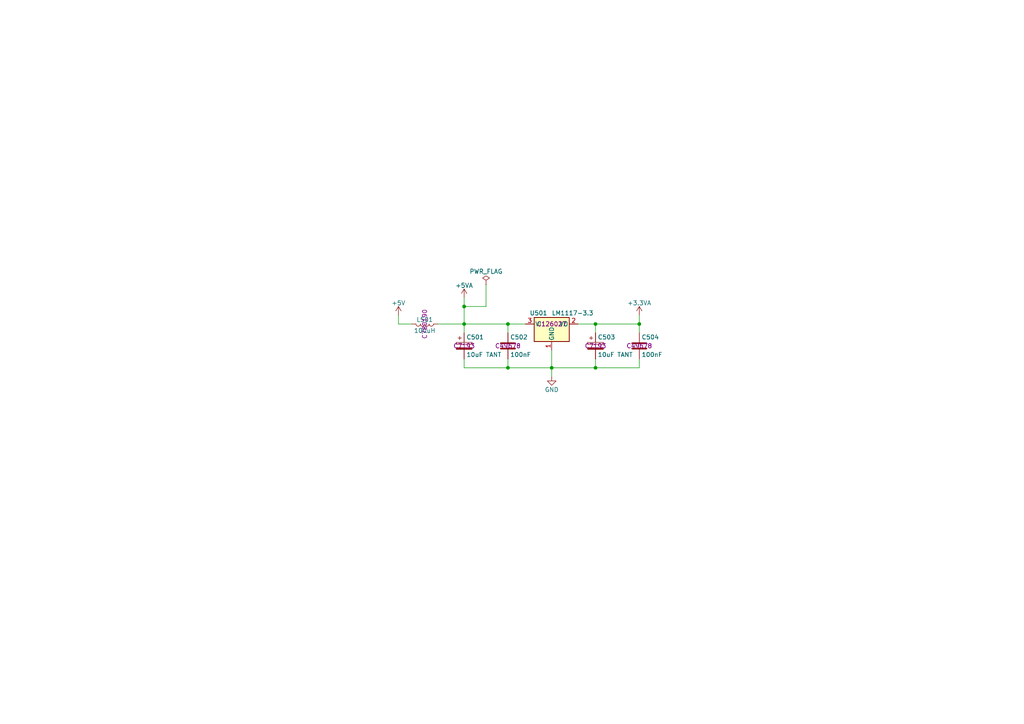
<source format=kicad_sch>
(kicad_sch (version 20250114) (generator "eeschema") (generator_version "9.0")
  (paper "A4")
  (title_block (title "Domesday Duplicator - Power Supply") (date "2018-06-19") (rev "3.0.1") (company "https://www.domesday86.com") (comment 1 "(c)2018 Simon Inns") (comment 2 "License: Attribution-ShareAlike 4.0 International (CC BY-SA 4.0)"))
  (lib_symbols
    (symbol "+3.3VA_1" (power) (pin_names (offset 0))
      (property "Value" "+3.3VA" (at 0 3.556 0))
      (symbol "+3.3VA_1_0_1"
        (polyline (pts (xy -0.762 1.27) (xy 0 2.54)))
        (polyline (pts (xy 0 2.54) (xy 0.762 1.27)))
        (polyline (pts (xy 0 0) (xy 0 2.54)))
      )
      (symbol "+3.3VA_1_1_1"
        (pin power_in line (at 0 0 90) (length 0) (hide yes) (name "+3.3VA") (number "1"))
      )
    )
    (symbol "+3.3VA_2" (power) (pin_names (offset 0))
      (property "Value" "+3.3VA" (at 0 3.556 0))
      (symbol "+3.3VA_2_0_1"
        (polyline (pts (xy -0.762 1.27) (xy 0 2.54)))
        (polyline (pts (xy 0 2.54) (xy 0.762 1.27)))
        (polyline (pts (xy 0 0) (xy 0 2.54)))
      )
      (symbol "+3.3VA_2_1_1"
        (pin power_in line (at 0 0 90) (length 0) (hide yes) (name "+3.3VA") (number "1"))
      )
    )
    (symbol "+5VA_1" (power) (pin_names (offset 0))
      (property "Value" "+5VA" (at 0 3.556 0))
      (symbol "+5VA_1_0_1"
        (polyline (pts (xy -0.762 1.27) (xy 0 2.54)))
        (polyline (pts (xy 0 2.54) (xy 0.762 1.27)))
        (polyline (pts (xy 0 0) (xy 0 2.54)))
      )
      (symbol "+5VA_1_1_1"
        (pin power_in line (at 0 0 90) (length 0) (hide yes) (name "+5VA") (number "1"))
      )
    )
    (symbol "+5VA_2" (power) (pin_names (offset 0))
      (property "Value" "+5VA" (at 0 3.556 0))
      (symbol "+5VA_2_0_1"
        (polyline (pts (xy -0.762 1.27) (xy 0 2.54)))
        (polyline (pts (xy 0 2.54) (xy 0.762 1.27)))
        (polyline (pts (xy 0 0) (xy 0 2.54)))
      )
      (symbol "+5VA_2_1_1"
        (pin power_in line (at 0 0 90) (length 0) (hide yes) (name "+5VA") (number "1"))
      )
    )
    (symbol "+5V_1" (power) (pin_names (offset 0))
      (property "Value" "+5V" (at 0 3.556 0))
      (symbol "+5V_1_0_1"
        (polyline (pts (xy -0.762 1.27) (xy 0 2.54)))
        (polyline (pts (xy 0 2.54) (xy 0.762 1.27)))
        (polyline (pts (xy 0 0) (xy 0 2.54)))
      )
      (symbol "+5V_1_1_1"
        (pin power_in line (at 0 0 90) (length 0) (hide yes) (name "+5V") (number "1"))
      )
    )
    (symbol "+5V_2" (power) (pin_names (offset 0))
      (property "Value" "+5V" (at 0 3.556 0))
      (symbol "+5V_2_0_1"
        (polyline (pts (xy -0.762 1.27) (xy 0 2.54)))
        (polyline (pts (xy 0 2.54) (xy 0.762 1.27)))
        (polyline (pts (xy 0 0) (xy 0 2.54)))
      )
      (symbol "+5V_2_1_1"
        (pin power_in line (at 0 0 90) (length 0) (hide yes) (name "+5V") (number "1"))
      )
    )
    (symbol "CP_1" (pin_numbers (hide yes)) (pin_names (offset 0.254))
      (property "Reference" "C" (at 0.635 2.54 0))
      (property "Value" "CP" (at 0.635 -2.54 0))
      (symbol "CP_1_0_1"
        (rectangle (start -2.286 0.508) (end -2.286 1.016))
        (rectangle (start -2.286 0.508) (end 2.286 0.508))
        (polyline (pts (xy -1.778 2.286) (xy -0.762 2.286)))
        (polyline (pts (xy -1.27 2.794) (xy -1.27 1.778)))
        (rectangle (start 2.286 1.016) (end -2.286 1.016))
        (rectangle (start 2.286 1.016) (end 2.286 0.508))
        (rectangle (start 2.286 -0.508) (end -2.286 -1.016) (fill (type outline)))
      )
      (symbol "CP_1_1_1"
        (pin passive line (at 0 3.81 270) (length 2.794) (name "~") (number "1"))
        (pin passive line (at 0 -3.81 90) (length 2.794) (name "~") (number "2"))
      )
    )
    (symbol "CP_2" (pin_numbers (hide yes)) (pin_names (offset 0.254))
      (property "Reference" "C" (at 0.635 2.54 0))
      (property "Value" "CP" (at 0.635 -2.54 0))
      (symbol "CP_2_0_1"
        (rectangle (start -2.286 0.508) (end -2.286 1.016))
        (rectangle (start -2.286 0.508) (end 2.286 0.508))
        (polyline (pts (xy -1.778 2.286) (xy -0.762 2.286)))
        (polyline (pts (xy -1.27 2.794) (xy -1.27 1.778)))
        (rectangle (start 2.286 1.016) (end -2.286 1.016))
        (rectangle (start 2.286 1.016) (end 2.286 0.508))
        (rectangle (start 2.286 -0.508) (end -2.286 -1.016) (fill (type outline)))
      )
      (symbol "CP_2_1_1"
        (pin passive line (at 0 3.81 270) (length 2.794) (name "~") (number "1"))
        (pin passive line (at 0 -3.81 90) (length 2.794) (name "~") (number "2"))
      )
    )
    (symbol "CP_3" (pin_numbers (hide yes)) (pin_names (offset 0.254))
      (property "Reference" "C" (at 0.635 2.54 0))
      (property "Value" "CP" (at 0.635 -2.54 0))
      (symbol "CP_3_0_1"
        (rectangle (start -2.286 0.508) (end -2.286 1.016))
        (rectangle (start -2.286 0.508) (end 2.286 0.508))
        (polyline (pts (xy -1.778 2.286) (xy -0.762 2.286)))
        (polyline (pts (xy -1.27 2.794) (xy -1.27 1.778)))
        (rectangle (start 2.286 1.016) (end -2.286 1.016))
        (rectangle (start 2.286 1.016) (end 2.286 0.508))
        (rectangle (start 2.286 -0.508) (end -2.286 -1.016) (fill (type outline)))
      )
      (symbol "CP_3_1_1"
        (pin passive line (at 0 3.81 270) (length 2.794) (name "~") (number "1"))
        (pin passive line (at 0 -3.81 90) (length 2.794) (name "~") (number "2"))
      )
    )
    (symbol "CP_4" (pin_numbers (hide yes)) (pin_names (offset 0.254))
      (property "Reference" "C" (at 0.635 2.54 0))
      (property "Value" "CP" (at 0.635 -2.54 0))
      (symbol "CP_4_0_1"
        (rectangle (start -2.286 0.508) (end -2.286 1.016))
        (rectangle (start -2.286 0.508) (end 2.286 0.508))
        (polyline (pts (xy -1.778 2.286) (xy -0.762 2.286)))
        (polyline (pts (xy -1.27 2.794) (xy -1.27 1.778)))
        (rectangle (start 2.286 1.016) (end -2.286 1.016))
        (rectangle (start 2.286 1.016) (end 2.286 0.508))
        (rectangle (start 2.286 -0.508) (end -2.286 -1.016) (fill (type outline)))
      )
      (symbol "CP_4_1_1"
        (pin passive line (at 0 3.81 270) (length 2.794) (name "~") (number "1"))
        (pin passive line (at 0 -3.81 90) (length 2.794) (name "~") (number "2"))
      )
    )
    (symbol "C_1" (pin_numbers (hide yes)) (pin_names (offset 0.254))
      (property "Reference" "C" (at 0.635 2.54 0))
      (property "Value" "C" (at 0.635 -2.54 0))
      (symbol "C_1_0_1"
        (polyline (pts (xy -2.032 0.762) (xy 2.032 0.762)) (stroke (width 0.508)))
        (polyline (pts (xy -2.032 -0.762) (xy 2.032 -0.762)) (stroke (width 0.508)))
      )
      (symbol "C_1_1_1"
        (pin passive line (at 0 3.81 270) (length 2.794) (name "~") (number "1"))
        (pin passive line (at 0 -3.81 90) (length 2.794) (name "~") (number "2"))
      )
    )
    (symbol "C_2" (pin_numbers (hide yes)) (pin_names (offset 0.254))
      (property "Reference" "C" (at 0.635 2.54 0))
      (property "Value" "C" (at 0.635 -2.54 0))
      (symbol "C_2_0_1"
        (polyline (pts (xy -2.032 0.762) (xy 2.032 0.762)) (stroke (width 0.508)))
        (polyline (pts (xy -2.032 -0.762) (xy 2.032 -0.762)) (stroke (width 0.508)))
      )
      (symbol "C_2_1_1"
        (pin passive line (at 0 3.81 270) (length 2.794) (name "~") (number "1"))
        (pin passive line (at 0 -3.81 90) (length 2.794) (name "~") (number "2"))
      )
    )
    (symbol "C_3" (pin_numbers (hide yes)) (pin_names (offset 0.254))
      (property "Reference" "C" (at 0.635 2.54 0))
      (property "Value" "C" (at 0.635 -2.54 0))
      (symbol "C_3_0_1"
        (polyline (pts (xy -2.032 0.762) (xy 2.032 0.762)) (stroke (width 0.508)))
        (polyline (pts (xy -2.032 -0.762) (xy 2.032 -0.762)) (stroke (width 0.508)))
      )
      (symbol "C_3_1_1"
        (pin passive line (at 0 3.81 270) (length 2.794) (name "~") (number "1"))
        (pin passive line (at 0 -3.81 90) (length 2.794) (name "~") (number "2"))
      )
    )
    (symbol "C_4" (pin_numbers (hide yes)) (pin_names (offset 0.254))
      (property "Reference" "C" (at 0.635 2.54 0))
      (property "Value" "C" (at 0.635 -2.54 0))
      (symbol "C_4_0_1"
        (polyline (pts (xy -2.032 0.762) (xy 2.032 0.762)) (stroke (width 0.508)))
        (polyline (pts (xy -2.032 -0.762) (xy 2.032 -0.762)) (stroke (width 0.508)))
      )
      (symbol "C_4_1_1"
        (pin passive line (at 0 3.81 270) (length 2.794) (name "~") (number "1"))
        (pin passive line (at 0 -3.81 90) (length 2.794) (name "~") (number "2"))
      )
    )
    (symbol "GND_1" (power) (pin_names (offset 0))
      (property "Value" "GND" (at 0 -3.81 0))
      (symbol "GND_1_0_1"
        (polyline (pts (xy 0 0) (xy 0 -1.27) (xy 1.27 -1.27) (xy 0 -2.54) (xy -1.27 -1.27) (xy 0 -1.27)))
      )
      (symbol "GND_1_1_1"
        (pin power_in line (at 0 0 270) (length 0) (hide yes) (name "GND") (number "1"))
      )
    )
    (symbol "GND_2" (power) (pin_names (offset 0))
      (property "Value" "GND" (at 0 -3.81 0))
      (symbol "GND_2_0_1"
        (polyline (pts (xy 0 0) (xy 0 -1.27) (xy 1.27 -1.27) (xy 0 -2.54) (xy -1.27 -1.27) (xy 0 -1.27)))
      )
      (symbol "GND_2_1_1"
        (pin power_in line (at 0 0 270) (length 0) (hide yes) (name "GND") (number "1"))
      )
    )
    (symbol "LM1117-3.3_1" (pin_names (offset 0.254))
      (property "Reference" "U" (at -3.81 3.175 0))
      (property "Value" "LM1117-3.3" (at 0 3.175 0))
      (symbol "LM1117-3.3_1_0_1"
        (rectangle (start -5.08 -5.08) (end 5.08 1.905) (stroke (width 0.254)) (fill (type background)))
      )
      (symbol "LM1117-3.3_1_1_1"
        (pin power_in line (at -7.62 0 0) (length 2.54) (name "VI") (number "3"))
        (pin power_in line (at 0 -7.62 90) (length 2.54) (name "GND") (number "1"))
        (pin power_out line (at 7.62 0 180) (length 2.54) (name "VO") (number "2"))
      )
    )
    (symbol "LM1117-3.3_2" (pin_names (offset 0.254))
      (property "Reference" "U" (at -3.81 3.175 0))
      (property "Value" "LM1117-3.3" (at 0 3.175 0))
      (symbol "LM1117-3.3_2_0_1"
        (rectangle (start -5.08 -5.08) (end 5.08 1.905) (stroke (width 0.254)) (fill (type background)))
      )
      (symbol "LM1117-3.3_2_1_1"
        (pin power_in line (at -7.62 0 0) (length 2.54) (name "VI") (number "3"))
        (pin power_in line (at 0 -7.62 90) (length 2.54) (name "GND") (number "1"))
        (pin power_out line (at 7.62 0 180) (length 2.54) (name "VO") (number "2"))
      )
    )
    (symbol "L_1" (pin_numbers (hide yes)) (pin_names (offset 1.016) (hide yes))
      (property "Reference" "L" (at -1.27 0 90))
      (property "Value" "L" (at 1.905 0 90))
      (symbol "L_1_0_1"
        (arc (start 0 2.54) (mid 0.635 1.905) (end 0 1.27))
        (arc (start 0 1.27) (mid 0.635 0.635) (end 0 0))
        (arc (start 0 0) (mid 0.635 -0.635) (end 0 -1.27))
        (arc (start 0 -1.27) (mid 0.635 -1.905) (end 0 -2.54))
      )
      (symbol "L_1_1_1"
        (pin passive line (at 0 3.81 270) (length 1.27) (name "1") (number "1"))
        (pin passive line (at 0 -3.81 90) (length 1.27) (name "2") (number "2"))
      )
    )
    (symbol "L_2" (pin_numbers (hide yes)) (pin_names (offset 1.016) (hide yes))
      (property "Reference" "L" (at -1.27 0 90))
      (property "Value" "L" (at 1.905 0 90))
      (symbol "L_2_0_1"
        (arc (start 0 2.54) (mid 0.635 1.905) (end 0 1.27))
        (arc (start 0 1.27) (mid 0.635 0.635) (end 0 0))
        (arc (start 0 0) (mid 0.635 -0.635) (end 0 -1.27))
        (arc (start 0 -1.27) (mid 0.635 -1.905) (end 0 -2.54))
      )
      (symbol "L_2_1_1"
        (pin passive line (at 0 3.81 270) (length 1.27) (name "1") (number "1"))
        (pin passive line (at 0 -3.81 90) (length 1.27) (name "2") (number "2"))
      )
    )
    (symbol "PWR_FLAG_1" (power) (pin_numbers (hide yes)) (pin_names (offset 0) (hide yes))
      (property "Value" "PWR_FLAG" (at 0 3.81 0))
      (symbol "PWR_FLAG_1_0_0"
        (pin power_out line (at 0 0 90) (length 0) (name "pwr") (number "1"))
      )
      (symbol "PWR_FLAG_1_0_1"
        (polyline (pts (xy 0 0) (xy 0 1.27) (xy -1.016 1.905) (xy 0 2.54) (xy 1.016 1.905) (xy 0 1.27)))
      )
    )
    (symbol "PWR_FLAG_2" (power) (pin_numbers (hide yes)) (pin_names (offset 0) (hide yes))
      (property "Value" "PWR_FLAG" (at 0 3.81 0))
      (symbol "PWR_FLAG_2_0_0"
        (pin power_out line (at 0 0 90) (length 0) (name "pwr") (number "1"))
      )
      (symbol "PWR_FLAG_2_0_1"
        (polyline (pts (xy 0 0) (xy 0 1.27) (xy -1.016 1.905) (xy 0 2.54) (xy 1.016 1.905) (xy 0 1.27)))
      )
    )
  )
  (junction (at 147.32 106.68))
  (junction (at 172.72 106.68))
  (junction (at 147.32 93.98))
  (junction (at 134.62 93.98))
  (junction (at 172.72 93.98))
  (junction (at 134.62 88.9))
  (junction (at 185.42 93.98))
  (junction (at 160.02 106.68))
  (wire (pts (xy 134.62 93.98) (xy 134.62 96.52)))
  (wire (pts (xy 167.64 93.98) (xy 172.72 93.98)))
  (wire (pts (xy 115.57 93.98) (xy 115.57 91.44)))
  (wire (pts (xy 134.62 88.9) (xy 134.62 93.98)))
  (wire (pts (xy 147.32 106.68) (xy 160.02 106.68)))
  (wire (pts (xy 134.62 86.36) (xy 134.62 88.9)))
  (wire (pts (xy 119.38 93.98) (xy 115.57 93.98)))
  (wire (pts (xy 140.97 88.9) (xy 134.62 88.9)))
  (wire (pts (xy 134.62 106.68) (xy 147.32 106.68)))
  (wire (pts (xy 172.72 106.68) (xy 185.42 106.68)))
  (wire (pts (xy 172.72 93.98) (xy 185.42 93.98)))
  (wire (pts (xy 134.62 104.14) (xy 134.62 106.68)))
  (wire (pts (xy 172.72 96.52) (xy 172.72 93.98)))
  (wire (pts (xy 160.02 106.68) (xy 160.02 109.22)))
  (wire (pts (xy 127 93.98) (xy 134.62 93.98)))
  (wire (pts (xy 185.42 91.44) (xy 185.42 93.98)))
  (wire (pts (xy 160.02 106.68) (xy 172.72 106.68)))
  (wire (pts (xy 185.42 93.98) (xy 185.42 96.52)))
  (wire (pts (xy 185.42 106.68) (xy 185.42 104.14)))
  (wire (pts (xy 160.02 101.6) (xy 160.02 106.68)))
  (wire (pts (xy 147.32 96.52) (xy 147.32 93.98)))
  (wire (pts (xy 147.32 104.14) (xy 147.32 106.68)))
  (wire (pts (xy 147.32 93.98) (xy 152.4 93.98)))
  (wire (pts (xy 134.62 93.98) (xy 147.32 93.98)))
  (wire (pts (xy 172.72 104.14) (xy 172.72 106.68)))
  (wire (pts (xy 140.97 88.9) (xy 140.97 82.55)))
  (symbol (lib_name "CP_4") (lib_id "Domesday-Duplicator-rescue:CP") (at 134.62 100.33 0) (unit 1)
    (property "Reference" "C501" (at 135.255 97.79 0) (effects (justify left)))
    (property "Value" "10uF TANT" (at 135.255 102.87 0) (effects (justify left)))
    (property "Footprint" "Capacitors_Tantalum_SMD:CP_Tantalum_Case-B_EIA-3528-21_Reflow" (effects (hide yes)))
    (property "LCSC Part" "C7193" (at 134.62 100.33 0))
  )
  (symbol (lib_name "C_4") (lib_id "Domesday-Duplicator-rescue:C") (at 147.32 100.33 0) (unit 1)
    (property "Reference" "C502" (at 147.955 97.79 0) (effects (justify left)))
    (property "Value" "100nF" (at 147.955 102.87 0) (effects (justify left)))
    (property "Footprint" "Capacitors_SMD:C_0805" (effects (hide yes)))
    (property "LCSC Part" "C49678" (at 147.32 100.33 0))
  )
  (symbol (lib_name "CP_3") (lib_id "Domesday-Duplicator-rescue:CP") (at 172.72 100.33 0) (unit 1)
    (property "Reference" "C503" (at 173.355 97.79 0) (effects (justify left)))
    (property "Value" "10uF TANT" (at 173.355 102.87 0) (effects (justify left)))
    (property "Footprint" "Capacitors_Tantalum_SMD:CP_Tantalum_Case-B_EIA-3528-21_Reflow" (effects (hide yes)))
    (property "LCSC Part" "C7193" (at 172.72 100.33 0))
  )
  (symbol (lib_name "C_3") (lib_id "Domesday-Duplicator-rescue:C") (at 185.42 100.33 0) (unit 1)
    (property "Reference" "C504" (at 186.055 97.79 0) (effects (justify left)))
    (property "Value" "100nF" (at 186.055 102.87 0) (effects (justify left)))
    (property "Footprint" "Capacitors_SMD:C_0805" (effects (hide yes)))
    (property "LCSC Part" "C49678" (at 185.42 100.33 0))
  )
  (symbol (lib_name "GND_2") (lib_id "Domesday-Duplicator-rescue:GND") (at 160.02 109.22 0) (unit 1)
    (property "Reference" "#PWR026" (effects (hide yes)))
    (property "Value" "GND" (at 160.02 113.03 0))
  )
  (symbol (lib_name "+5VA_2") (lib_id "Domesday-Duplicator-rescue:+5VA") (at 134.62 86.36 0) (unit 1)
    (property "Reference" "#PWR027" (effects (hide yes)))
    (property "Value" "+5VA" (at 134.62 82.804 0))
  )
  (symbol (lib_name "L_2") (lib_id "Domesday-Duplicator-rescue:L") (at 123.19 93.98 270) (unit 1)
    (property "Reference" "L501" (at 123.19 92.71 90))
    (property "Value" "100uH" (at 123.19 95.885 90))
    (property "Footprint" "Inductors:Inductor_Bourns-SRU8043" (effects (hide yes)))
    (property "LCSC Part" "C780190" (at 123.19 93.98 0))
  )
  (symbol (lib_name "+5V_2") (lib_id "Domesday-Duplicator-rescue:+5V") (at 115.57 91.44 0) (unit 1)
    (property "Reference" "#PWR028" (effects (hide yes)))
    (property "Value" "+5V" (at 115.57 87.884 0))
  )
  (symbol (lib_name "+3.3VA_2") (lib_id "Domesday-Duplicator-rescue:+3.3VA") (at 185.42 91.44 0) (unit 1)
    (property "Reference" "#PWR029" (effects (hide yes)))
    (property "Value" "+3.3VA" (at 185.42 87.884 0))
  )
  (symbol (lib_name "PWR_FLAG_2") (lib_id "Domesday-Duplicator-rescue:PWR_FLAG") (at 140.97 82.55 0) (unit 1)
    (property "Reference" "#FLG030" (effects (hide yes)))
    (property "Value" "PWR_FLAG" (at 140.97 78.74 0))
  )
  (symbol (lib_name "LM1117-3.3_2") (lib_id "Domesday-Duplicator-rescue:LM1117-3.3") (at 160.02 93.98 0) (unit 1)
    (property "Reference" "U501" (at 156.21 90.805 0))
    (property "Value" "LM1117-3.3" (at 160.02 90.805 0) (effects (justify left)))
    (property "Footprint" "TO_SOT_Packages_SMD:SOT-223-3_TabPin2" (effects (hide yes)))
    (property "LCSC Part" "C126027" (at 160.02 93.98 0))
  )
)
</source>
